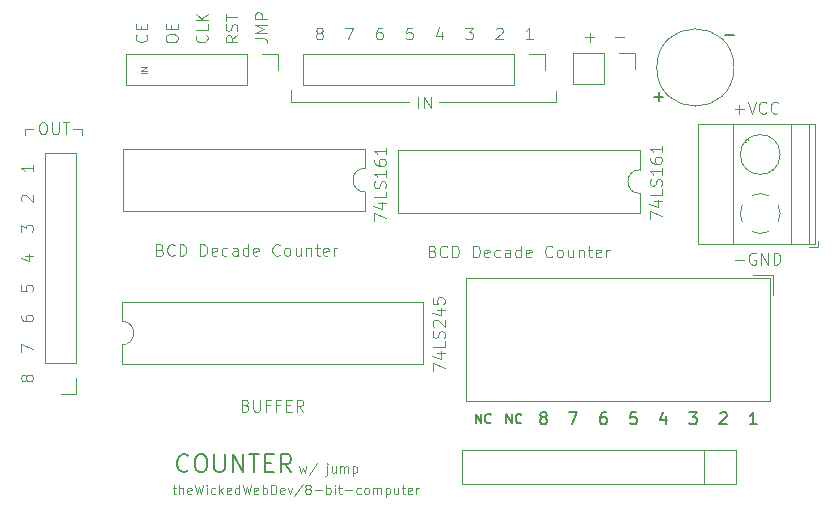
<source format=gbr>
%TF.GenerationSoftware,KiCad,Pcbnew,(5.1.9-0-10_14)*%
%TF.CreationDate,2021-06-13T16:28:19-04:00*%
%TF.ProjectId,COUNTER,434f554e-5445-4522-9e6b-696361645f70,rev?*%
%TF.SameCoordinates,Original*%
%TF.FileFunction,Legend,Top*%
%TF.FilePolarity,Positive*%
%FSLAX46Y46*%
G04 Gerber Fmt 4.6, Leading zero omitted, Abs format (unit mm)*
G04 Created by KiCad (PCBNEW (5.1.9-0-10_14)) date 2021-06-13 16:28:19*
%MOMM*%
%LPD*%
G01*
G04 APERTURE LIST*
%ADD10C,0.120000*%
%ADD11C,0.100000*%
%ADD12C,0.150000*%
G04 APERTURE END LIST*
D10*
X123151500Y-39568500D02*
X123151500Y-38618500D01*
X113241500Y-39568500D02*
X123151500Y-39568500D01*
X100721500Y-39568500D02*
X100721500Y-38578500D01*
X110711500Y-39568500D02*
X100721500Y-39568500D01*
D11*
X111507690Y-40090880D02*
X111507690Y-39090880D01*
X111983880Y-40090880D02*
X111983880Y-39090880D01*
X112555309Y-40090880D01*
X112555309Y-39090880D01*
D12*
X131490547Y-39099928D02*
X132252452Y-39099928D01*
X131871500Y-39480880D02*
X131871500Y-38718976D01*
X137460547Y-33899928D02*
X138222452Y-33899928D01*
D11*
X138316738Y-52939928D02*
X139078642Y-52939928D01*
X140078642Y-52368500D02*
X139983404Y-52320880D01*
X139840547Y-52320880D01*
X139697690Y-52368500D01*
X139602452Y-52463738D01*
X139554833Y-52558976D01*
X139507214Y-52749452D01*
X139507214Y-52892309D01*
X139554833Y-53082785D01*
X139602452Y-53178023D01*
X139697690Y-53273261D01*
X139840547Y-53320880D01*
X139935785Y-53320880D01*
X140078642Y-53273261D01*
X140126261Y-53225642D01*
X140126261Y-52892309D01*
X139935785Y-52892309D01*
X140554833Y-53320880D02*
X140554833Y-52320880D01*
X141126261Y-53320880D01*
X141126261Y-52320880D01*
X141602452Y-53320880D02*
X141602452Y-52320880D01*
X141840547Y-52320880D01*
X141983404Y-52368500D01*
X142078642Y-52463738D01*
X142126261Y-52558976D01*
X142173880Y-52749452D01*
X142173880Y-52892309D01*
X142126261Y-53082785D01*
X142078642Y-53178023D01*
X141983404Y-53273261D01*
X141840547Y-53320880D01*
X141602452Y-53320880D01*
X138311976Y-40149928D02*
X139073880Y-40149928D01*
X138692928Y-40530880D02*
X138692928Y-39768976D01*
X139407214Y-39530880D02*
X139740547Y-40530880D01*
X140073880Y-39530880D01*
X140978642Y-40435642D02*
X140931023Y-40483261D01*
X140788166Y-40530880D01*
X140692928Y-40530880D01*
X140550071Y-40483261D01*
X140454833Y-40388023D01*
X140407214Y-40292785D01*
X140359595Y-40102309D01*
X140359595Y-39959452D01*
X140407214Y-39768976D01*
X140454833Y-39673738D01*
X140550071Y-39578500D01*
X140692928Y-39530880D01*
X140788166Y-39530880D01*
X140931023Y-39578500D01*
X140978642Y-39626119D01*
X141978642Y-40435642D02*
X141931023Y-40483261D01*
X141788166Y-40530880D01*
X141692928Y-40530880D01*
X141550071Y-40483261D01*
X141454833Y-40388023D01*
X141407214Y-40292785D01*
X141359595Y-40102309D01*
X141359595Y-39959452D01*
X141407214Y-39768976D01*
X141454833Y-39673738D01*
X141550071Y-39578500D01*
X141692928Y-39530880D01*
X141788166Y-39530880D01*
X141931023Y-39578500D01*
X141978642Y-39626119D01*
D12*
X116372928Y-66750404D02*
X116372928Y-65950404D01*
X116830071Y-66750404D01*
X116830071Y-65950404D01*
X117668166Y-66674214D02*
X117630071Y-66712309D01*
X117515785Y-66750404D01*
X117439595Y-66750404D01*
X117325309Y-66712309D01*
X117249119Y-66636119D01*
X117211023Y-66559928D01*
X117172928Y-66407547D01*
X117172928Y-66293261D01*
X117211023Y-66140880D01*
X117249119Y-66064690D01*
X117325309Y-65988500D01*
X117439595Y-65950404D01*
X117515785Y-65950404D01*
X117630071Y-65988500D01*
X117668166Y-66026595D01*
X118962928Y-66770404D02*
X118962928Y-65970404D01*
X119420071Y-66770404D01*
X119420071Y-65970404D01*
X120258166Y-66694214D02*
X120220071Y-66732309D01*
X120105785Y-66770404D01*
X120029595Y-66770404D01*
X119915309Y-66732309D01*
X119839119Y-66656119D01*
X119801023Y-66579928D01*
X119762928Y-66427547D01*
X119762928Y-66313261D01*
X119801023Y-66160880D01*
X119839119Y-66084690D01*
X119915309Y-66008500D01*
X120029595Y-65970404D01*
X120105785Y-65970404D01*
X120220071Y-66008500D01*
X120258166Y-66046595D01*
X140177214Y-66830880D02*
X139605785Y-66830880D01*
X139891500Y-66830880D02*
X139891500Y-65830880D01*
X139796261Y-65973738D01*
X139701023Y-66068976D01*
X139605785Y-66116595D01*
X137065785Y-65926119D02*
X137113404Y-65878500D01*
X137208642Y-65830880D01*
X137446738Y-65830880D01*
X137541976Y-65878500D01*
X137589595Y-65926119D01*
X137637214Y-66021357D01*
X137637214Y-66116595D01*
X137589595Y-66259452D01*
X137018166Y-66830880D01*
X137637214Y-66830880D01*
X134478166Y-65830880D02*
X135097214Y-65830880D01*
X134763880Y-66211833D01*
X134906738Y-66211833D01*
X135001976Y-66259452D01*
X135049595Y-66307071D01*
X135097214Y-66402309D01*
X135097214Y-66640404D01*
X135049595Y-66735642D01*
X135001976Y-66783261D01*
X134906738Y-66830880D01*
X134621023Y-66830880D01*
X134525785Y-66783261D01*
X134478166Y-66735642D01*
X132461976Y-66164214D02*
X132461976Y-66830880D01*
X132223880Y-65783261D02*
X131985785Y-66497547D01*
X132604833Y-66497547D01*
X129969595Y-65830880D02*
X129493404Y-65830880D01*
X129445785Y-66307071D01*
X129493404Y-66259452D01*
X129588642Y-66211833D01*
X129826738Y-66211833D01*
X129921976Y-66259452D01*
X129969595Y-66307071D01*
X130017214Y-66402309D01*
X130017214Y-66640404D01*
X129969595Y-66735642D01*
X129921976Y-66783261D01*
X129826738Y-66830880D01*
X129588642Y-66830880D01*
X129493404Y-66783261D01*
X129445785Y-66735642D01*
X127381976Y-65830880D02*
X127191500Y-65830880D01*
X127096261Y-65878500D01*
X127048642Y-65926119D01*
X126953404Y-66068976D01*
X126905785Y-66259452D01*
X126905785Y-66640404D01*
X126953404Y-66735642D01*
X127001023Y-66783261D01*
X127096261Y-66830880D01*
X127286738Y-66830880D01*
X127381976Y-66783261D01*
X127429595Y-66735642D01*
X127477214Y-66640404D01*
X127477214Y-66402309D01*
X127429595Y-66307071D01*
X127381976Y-66259452D01*
X127286738Y-66211833D01*
X127096261Y-66211833D01*
X127001023Y-66259452D01*
X126953404Y-66307071D01*
X126905785Y-66402309D01*
X124318166Y-65830880D02*
X124984833Y-65830880D01*
X124556261Y-66830880D01*
X122016261Y-66259452D02*
X121921023Y-66211833D01*
X121873404Y-66164214D01*
X121825785Y-66068976D01*
X121825785Y-66021357D01*
X121873404Y-65926119D01*
X121921023Y-65878500D01*
X122016261Y-65830880D01*
X122206738Y-65830880D01*
X122301976Y-65878500D01*
X122349595Y-65926119D01*
X122397214Y-66021357D01*
X122397214Y-66068976D01*
X122349595Y-66164214D01*
X122301976Y-66211833D01*
X122206738Y-66259452D01*
X122016261Y-66259452D01*
X121921023Y-66307071D01*
X121873404Y-66354690D01*
X121825785Y-66449928D01*
X121825785Y-66640404D01*
X121873404Y-66735642D01*
X121921023Y-66783261D01*
X122016261Y-66830880D01*
X122206738Y-66830880D01*
X122301976Y-66783261D01*
X122349595Y-66735642D01*
X122397214Y-66640404D01*
X122397214Y-66449928D01*
X122349595Y-66354690D01*
X122301976Y-66307071D01*
X122206738Y-66259452D01*
D11*
X112729595Y-52187071D02*
X112872452Y-52234690D01*
X112920071Y-52282309D01*
X112967690Y-52377547D01*
X112967690Y-52520404D01*
X112920071Y-52615642D01*
X112872452Y-52663261D01*
X112777214Y-52710880D01*
X112396261Y-52710880D01*
X112396261Y-51710880D01*
X112729595Y-51710880D01*
X112824833Y-51758500D01*
X112872452Y-51806119D01*
X112920071Y-51901357D01*
X112920071Y-51996595D01*
X112872452Y-52091833D01*
X112824833Y-52139452D01*
X112729595Y-52187071D01*
X112396261Y-52187071D01*
X113967690Y-52615642D02*
X113920071Y-52663261D01*
X113777214Y-52710880D01*
X113681976Y-52710880D01*
X113539119Y-52663261D01*
X113443880Y-52568023D01*
X113396261Y-52472785D01*
X113348642Y-52282309D01*
X113348642Y-52139452D01*
X113396261Y-51948976D01*
X113443880Y-51853738D01*
X113539119Y-51758500D01*
X113681976Y-51710880D01*
X113777214Y-51710880D01*
X113920071Y-51758500D01*
X113967690Y-51806119D01*
X114396261Y-52710880D02*
X114396261Y-51710880D01*
X114634357Y-51710880D01*
X114777214Y-51758500D01*
X114872452Y-51853738D01*
X114920071Y-51948976D01*
X114967690Y-52139452D01*
X114967690Y-52282309D01*
X114920071Y-52472785D01*
X114872452Y-52568023D01*
X114777214Y-52663261D01*
X114634357Y-52710880D01*
X114396261Y-52710880D01*
X116158166Y-52710880D02*
X116158166Y-51710880D01*
X116396261Y-51710880D01*
X116539119Y-51758500D01*
X116634357Y-51853738D01*
X116681976Y-51948976D01*
X116729595Y-52139452D01*
X116729595Y-52282309D01*
X116681976Y-52472785D01*
X116634357Y-52568023D01*
X116539119Y-52663261D01*
X116396261Y-52710880D01*
X116158166Y-52710880D01*
X117539119Y-52663261D02*
X117443880Y-52710880D01*
X117253404Y-52710880D01*
X117158166Y-52663261D01*
X117110547Y-52568023D01*
X117110547Y-52187071D01*
X117158166Y-52091833D01*
X117253404Y-52044214D01*
X117443880Y-52044214D01*
X117539119Y-52091833D01*
X117586738Y-52187071D01*
X117586738Y-52282309D01*
X117110547Y-52377547D01*
X118443880Y-52663261D02*
X118348642Y-52710880D01*
X118158166Y-52710880D01*
X118062928Y-52663261D01*
X118015309Y-52615642D01*
X117967690Y-52520404D01*
X117967690Y-52234690D01*
X118015309Y-52139452D01*
X118062928Y-52091833D01*
X118158166Y-52044214D01*
X118348642Y-52044214D01*
X118443880Y-52091833D01*
X119301023Y-52710880D02*
X119301023Y-52187071D01*
X119253404Y-52091833D01*
X119158166Y-52044214D01*
X118967690Y-52044214D01*
X118872452Y-52091833D01*
X119301023Y-52663261D02*
X119205785Y-52710880D01*
X118967690Y-52710880D01*
X118872452Y-52663261D01*
X118824833Y-52568023D01*
X118824833Y-52472785D01*
X118872452Y-52377547D01*
X118967690Y-52329928D01*
X119205785Y-52329928D01*
X119301023Y-52282309D01*
X120205785Y-52710880D02*
X120205785Y-51710880D01*
X120205785Y-52663261D02*
X120110547Y-52710880D01*
X119920071Y-52710880D01*
X119824833Y-52663261D01*
X119777214Y-52615642D01*
X119729595Y-52520404D01*
X119729595Y-52234690D01*
X119777214Y-52139452D01*
X119824833Y-52091833D01*
X119920071Y-52044214D01*
X120110547Y-52044214D01*
X120205785Y-52091833D01*
X121062928Y-52663261D02*
X120967690Y-52710880D01*
X120777214Y-52710880D01*
X120681976Y-52663261D01*
X120634357Y-52568023D01*
X120634357Y-52187071D01*
X120681976Y-52091833D01*
X120777214Y-52044214D01*
X120967690Y-52044214D01*
X121062928Y-52091833D01*
X121110547Y-52187071D01*
X121110547Y-52282309D01*
X120634357Y-52377547D01*
X122872452Y-52615642D02*
X122824833Y-52663261D01*
X122681976Y-52710880D01*
X122586738Y-52710880D01*
X122443880Y-52663261D01*
X122348642Y-52568023D01*
X122301023Y-52472785D01*
X122253404Y-52282309D01*
X122253404Y-52139452D01*
X122301023Y-51948976D01*
X122348642Y-51853738D01*
X122443880Y-51758500D01*
X122586738Y-51710880D01*
X122681976Y-51710880D01*
X122824833Y-51758500D01*
X122872452Y-51806119D01*
X123443880Y-52710880D02*
X123348642Y-52663261D01*
X123301023Y-52615642D01*
X123253404Y-52520404D01*
X123253404Y-52234690D01*
X123301023Y-52139452D01*
X123348642Y-52091833D01*
X123443880Y-52044214D01*
X123586738Y-52044214D01*
X123681976Y-52091833D01*
X123729595Y-52139452D01*
X123777214Y-52234690D01*
X123777214Y-52520404D01*
X123729595Y-52615642D01*
X123681976Y-52663261D01*
X123586738Y-52710880D01*
X123443880Y-52710880D01*
X124634357Y-52044214D02*
X124634357Y-52710880D01*
X124205785Y-52044214D02*
X124205785Y-52568023D01*
X124253404Y-52663261D01*
X124348642Y-52710880D01*
X124491500Y-52710880D01*
X124586738Y-52663261D01*
X124634357Y-52615642D01*
X125110547Y-52044214D02*
X125110547Y-52710880D01*
X125110547Y-52139452D02*
X125158166Y-52091833D01*
X125253404Y-52044214D01*
X125396261Y-52044214D01*
X125491500Y-52091833D01*
X125539119Y-52187071D01*
X125539119Y-52710880D01*
X125872452Y-52044214D02*
X126253404Y-52044214D01*
X126015309Y-51710880D02*
X126015309Y-52568023D01*
X126062928Y-52663261D01*
X126158166Y-52710880D01*
X126253404Y-52710880D01*
X126967690Y-52663261D02*
X126872452Y-52710880D01*
X126681976Y-52710880D01*
X126586738Y-52663261D01*
X126539119Y-52568023D01*
X126539119Y-52187071D01*
X126586738Y-52091833D01*
X126681976Y-52044214D01*
X126872452Y-52044214D01*
X126967690Y-52091833D01*
X127015309Y-52187071D01*
X127015309Y-52282309D01*
X126539119Y-52377547D01*
X127443880Y-52710880D02*
X127443880Y-52044214D01*
X127443880Y-52234690D02*
X127491500Y-52139452D01*
X127539119Y-52091833D01*
X127634357Y-52044214D01*
X127729595Y-52044214D01*
X78894780Y-44849285D02*
X78894780Y-45420714D01*
X78894780Y-45135000D02*
X77894780Y-45135000D01*
X78037638Y-45230238D01*
X78132876Y-45325476D01*
X78180495Y-45420714D01*
X77990019Y-47960714D02*
X77942400Y-47913095D01*
X77894780Y-47817857D01*
X77894780Y-47579761D01*
X77942400Y-47484523D01*
X77990019Y-47436904D01*
X78085257Y-47389285D01*
X78180495Y-47389285D01*
X78323352Y-47436904D01*
X78894780Y-48008333D01*
X78894780Y-47389285D01*
X77894780Y-50548333D02*
X77894780Y-49929285D01*
X78275733Y-50262619D01*
X78275733Y-50119761D01*
X78323352Y-50024523D01*
X78370971Y-49976904D01*
X78466209Y-49929285D01*
X78704304Y-49929285D01*
X78799542Y-49976904D01*
X78847161Y-50024523D01*
X78894780Y-50119761D01*
X78894780Y-50405476D01*
X78847161Y-50500714D01*
X78799542Y-50548333D01*
X78228114Y-52564523D02*
X78894780Y-52564523D01*
X77847161Y-52802619D02*
X78561447Y-53040714D01*
X78561447Y-52421666D01*
X77894780Y-55056904D02*
X77894780Y-55533095D01*
X78370971Y-55580714D01*
X78323352Y-55533095D01*
X78275733Y-55437857D01*
X78275733Y-55199761D01*
X78323352Y-55104523D01*
X78370971Y-55056904D01*
X78466209Y-55009285D01*
X78704304Y-55009285D01*
X78799542Y-55056904D01*
X78847161Y-55104523D01*
X78894780Y-55199761D01*
X78894780Y-55437857D01*
X78847161Y-55533095D01*
X78799542Y-55580714D01*
X77894780Y-57644523D02*
X77894780Y-57835000D01*
X77942400Y-57930238D01*
X77990019Y-57977857D01*
X78132876Y-58073095D01*
X78323352Y-58120714D01*
X78704304Y-58120714D01*
X78799542Y-58073095D01*
X78847161Y-58025476D01*
X78894780Y-57930238D01*
X78894780Y-57739761D01*
X78847161Y-57644523D01*
X78799542Y-57596904D01*
X78704304Y-57549285D01*
X78466209Y-57549285D01*
X78370971Y-57596904D01*
X78323352Y-57644523D01*
X78275733Y-57739761D01*
X78275733Y-57930238D01*
X78323352Y-58025476D01*
X78370971Y-58073095D01*
X78466209Y-58120714D01*
X77894780Y-60708333D02*
X77894780Y-60041666D01*
X78894780Y-60470238D01*
D10*
X78201500Y-41828500D02*
X78201500Y-42328500D01*
X78941500Y-41828500D02*
X78201500Y-41828500D01*
X83011500Y-41818500D02*
X83011500Y-42318500D01*
X82291500Y-41818500D02*
X83011500Y-41818500D01*
D11*
X121207214Y-34260880D02*
X120635785Y-34260880D01*
X120921500Y-34260880D02*
X120921500Y-33260880D01*
X120826261Y-33403738D01*
X120731023Y-33498976D01*
X120635785Y-33546595D01*
X118095785Y-33356119D02*
X118143404Y-33308500D01*
X118238642Y-33260880D01*
X118476738Y-33260880D01*
X118571976Y-33308500D01*
X118619595Y-33356119D01*
X118667214Y-33451357D01*
X118667214Y-33546595D01*
X118619595Y-33689452D01*
X118048166Y-34260880D01*
X118667214Y-34260880D01*
X115508166Y-33260880D02*
X116127214Y-33260880D01*
X115793880Y-33641833D01*
X115936738Y-33641833D01*
X116031976Y-33689452D01*
X116079595Y-33737071D01*
X116127214Y-33832309D01*
X116127214Y-34070404D01*
X116079595Y-34165642D01*
X116031976Y-34213261D01*
X115936738Y-34260880D01*
X115651023Y-34260880D01*
X115555785Y-34213261D01*
X115508166Y-34165642D01*
X113491976Y-33594214D02*
X113491976Y-34260880D01*
X113253880Y-33213261D02*
X113015785Y-33927547D01*
X113634833Y-33927547D01*
X110999595Y-33260880D02*
X110523404Y-33260880D01*
X110475785Y-33737071D01*
X110523404Y-33689452D01*
X110618642Y-33641833D01*
X110856738Y-33641833D01*
X110951976Y-33689452D01*
X110999595Y-33737071D01*
X111047214Y-33832309D01*
X111047214Y-34070404D01*
X110999595Y-34165642D01*
X110951976Y-34213261D01*
X110856738Y-34260880D01*
X110618642Y-34260880D01*
X110523404Y-34213261D01*
X110475785Y-34165642D01*
X108411976Y-33260880D02*
X108221500Y-33260880D01*
X108126261Y-33308500D01*
X108078642Y-33356119D01*
X107983404Y-33498976D01*
X107935785Y-33689452D01*
X107935785Y-34070404D01*
X107983404Y-34165642D01*
X108031023Y-34213261D01*
X108126261Y-34260880D01*
X108316738Y-34260880D01*
X108411976Y-34213261D01*
X108459595Y-34165642D01*
X108507214Y-34070404D01*
X108507214Y-33832309D01*
X108459595Y-33737071D01*
X108411976Y-33689452D01*
X108316738Y-33641833D01*
X108126261Y-33641833D01*
X108031023Y-33689452D01*
X107983404Y-33737071D01*
X107935785Y-33832309D01*
X105348166Y-33260880D02*
X106014833Y-33260880D01*
X105586261Y-34260880D01*
X88498642Y-33841357D02*
X88546261Y-33888976D01*
X88593880Y-34031833D01*
X88593880Y-34127071D01*
X88546261Y-34269928D01*
X88451023Y-34365166D01*
X88355785Y-34412785D01*
X88165309Y-34460404D01*
X88022452Y-34460404D01*
X87831976Y-34412785D01*
X87736738Y-34365166D01*
X87641500Y-34269928D01*
X87593880Y-34127071D01*
X87593880Y-34031833D01*
X87641500Y-33888976D01*
X87689119Y-33841357D01*
X88070071Y-33412785D02*
X88070071Y-33079452D01*
X88593880Y-32936595D02*
X88593880Y-33412785D01*
X87593880Y-33412785D01*
X87593880Y-32936595D01*
X90143880Y-34246119D02*
X90143880Y-34055642D01*
X90191500Y-33960404D01*
X90286738Y-33865166D01*
X90477214Y-33817547D01*
X90810547Y-33817547D01*
X91001023Y-33865166D01*
X91096261Y-33960404D01*
X91143880Y-34055642D01*
X91143880Y-34246119D01*
X91096261Y-34341357D01*
X91001023Y-34436595D01*
X90810547Y-34484214D01*
X90477214Y-34484214D01*
X90286738Y-34436595D01*
X90191500Y-34341357D01*
X90143880Y-34246119D01*
X90620071Y-33388976D02*
X90620071Y-33055642D01*
X91143880Y-32912785D02*
X91143880Y-33388976D01*
X90143880Y-33388976D01*
X90143880Y-32912785D01*
X101435309Y-70407071D02*
X101587690Y-70940404D01*
X101740071Y-70559452D01*
X101892452Y-70940404D01*
X102044833Y-70407071D01*
X102921023Y-70102309D02*
X102235309Y-71130880D01*
X103797214Y-70407071D02*
X103797214Y-71092785D01*
X103759119Y-71168976D01*
X103682928Y-71207071D01*
X103644833Y-71207071D01*
X103797214Y-70140404D02*
X103759119Y-70178500D01*
X103797214Y-70216595D01*
X103835309Y-70178500D01*
X103797214Y-70140404D01*
X103797214Y-70216595D01*
X104521023Y-70407071D02*
X104521023Y-70940404D01*
X104178166Y-70407071D02*
X104178166Y-70826119D01*
X104216261Y-70902309D01*
X104292452Y-70940404D01*
X104406738Y-70940404D01*
X104482928Y-70902309D01*
X104521023Y-70864214D01*
X104901976Y-70940404D02*
X104901976Y-70407071D01*
X104901976Y-70483261D02*
X104940071Y-70445166D01*
X105016261Y-70407071D01*
X105130547Y-70407071D01*
X105206738Y-70445166D01*
X105244833Y-70521357D01*
X105244833Y-70940404D01*
X105244833Y-70521357D02*
X105282928Y-70445166D01*
X105359119Y-70407071D01*
X105473404Y-70407071D01*
X105549595Y-70445166D01*
X105587690Y-70521357D01*
X105587690Y-70940404D01*
X105968642Y-70407071D02*
X105968642Y-71207071D01*
X105968642Y-70445166D02*
X106044833Y-70407071D01*
X106197214Y-70407071D01*
X106273404Y-70445166D01*
X106311500Y-70483261D01*
X106349595Y-70559452D01*
X106349595Y-70788023D01*
X106311500Y-70864214D01*
X106273404Y-70902309D01*
X106197214Y-70940404D01*
X106044833Y-70940404D01*
X105968642Y-70902309D01*
X79651500Y-41270880D02*
X79841976Y-41270880D01*
X79937214Y-41318500D01*
X80032452Y-41413738D01*
X80080071Y-41604214D01*
X80080071Y-41937547D01*
X80032452Y-42128023D01*
X79937214Y-42223261D01*
X79841976Y-42270880D01*
X79651500Y-42270880D01*
X79556261Y-42223261D01*
X79461023Y-42128023D01*
X79413404Y-41937547D01*
X79413404Y-41604214D01*
X79461023Y-41413738D01*
X79556261Y-41318500D01*
X79651500Y-41270880D01*
X80508642Y-41270880D02*
X80508642Y-42080404D01*
X80556261Y-42175642D01*
X80603880Y-42223261D01*
X80699119Y-42270880D01*
X80889595Y-42270880D01*
X80984833Y-42223261D01*
X81032452Y-42175642D01*
X81080071Y-42080404D01*
X81080071Y-41270880D01*
X81413404Y-41270880D02*
X81984833Y-41270880D01*
X81699119Y-42270880D02*
X81699119Y-41270880D01*
X89649595Y-52047071D02*
X89792452Y-52094690D01*
X89840071Y-52142309D01*
X89887690Y-52237547D01*
X89887690Y-52380404D01*
X89840071Y-52475642D01*
X89792452Y-52523261D01*
X89697214Y-52570880D01*
X89316261Y-52570880D01*
X89316261Y-51570880D01*
X89649595Y-51570880D01*
X89744833Y-51618500D01*
X89792452Y-51666119D01*
X89840071Y-51761357D01*
X89840071Y-51856595D01*
X89792452Y-51951833D01*
X89744833Y-51999452D01*
X89649595Y-52047071D01*
X89316261Y-52047071D01*
X90887690Y-52475642D02*
X90840071Y-52523261D01*
X90697214Y-52570880D01*
X90601976Y-52570880D01*
X90459119Y-52523261D01*
X90363880Y-52428023D01*
X90316261Y-52332785D01*
X90268642Y-52142309D01*
X90268642Y-51999452D01*
X90316261Y-51808976D01*
X90363880Y-51713738D01*
X90459119Y-51618500D01*
X90601976Y-51570880D01*
X90697214Y-51570880D01*
X90840071Y-51618500D01*
X90887690Y-51666119D01*
X91316261Y-52570880D02*
X91316261Y-51570880D01*
X91554357Y-51570880D01*
X91697214Y-51618500D01*
X91792452Y-51713738D01*
X91840071Y-51808976D01*
X91887690Y-51999452D01*
X91887690Y-52142309D01*
X91840071Y-52332785D01*
X91792452Y-52428023D01*
X91697214Y-52523261D01*
X91554357Y-52570880D01*
X91316261Y-52570880D01*
X93078166Y-52570880D02*
X93078166Y-51570880D01*
X93316261Y-51570880D01*
X93459119Y-51618500D01*
X93554357Y-51713738D01*
X93601976Y-51808976D01*
X93649595Y-51999452D01*
X93649595Y-52142309D01*
X93601976Y-52332785D01*
X93554357Y-52428023D01*
X93459119Y-52523261D01*
X93316261Y-52570880D01*
X93078166Y-52570880D01*
X94459119Y-52523261D02*
X94363880Y-52570880D01*
X94173404Y-52570880D01*
X94078166Y-52523261D01*
X94030547Y-52428023D01*
X94030547Y-52047071D01*
X94078166Y-51951833D01*
X94173404Y-51904214D01*
X94363880Y-51904214D01*
X94459119Y-51951833D01*
X94506738Y-52047071D01*
X94506738Y-52142309D01*
X94030547Y-52237547D01*
X95363880Y-52523261D02*
X95268642Y-52570880D01*
X95078166Y-52570880D01*
X94982928Y-52523261D01*
X94935309Y-52475642D01*
X94887690Y-52380404D01*
X94887690Y-52094690D01*
X94935309Y-51999452D01*
X94982928Y-51951833D01*
X95078166Y-51904214D01*
X95268642Y-51904214D01*
X95363880Y-51951833D01*
X96221023Y-52570880D02*
X96221023Y-52047071D01*
X96173404Y-51951833D01*
X96078166Y-51904214D01*
X95887690Y-51904214D01*
X95792452Y-51951833D01*
X96221023Y-52523261D02*
X96125785Y-52570880D01*
X95887690Y-52570880D01*
X95792452Y-52523261D01*
X95744833Y-52428023D01*
X95744833Y-52332785D01*
X95792452Y-52237547D01*
X95887690Y-52189928D01*
X96125785Y-52189928D01*
X96221023Y-52142309D01*
X97125785Y-52570880D02*
X97125785Y-51570880D01*
X97125785Y-52523261D02*
X97030547Y-52570880D01*
X96840071Y-52570880D01*
X96744833Y-52523261D01*
X96697214Y-52475642D01*
X96649595Y-52380404D01*
X96649595Y-52094690D01*
X96697214Y-51999452D01*
X96744833Y-51951833D01*
X96840071Y-51904214D01*
X97030547Y-51904214D01*
X97125785Y-51951833D01*
X97982928Y-52523261D02*
X97887690Y-52570880D01*
X97697214Y-52570880D01*
X97601976Y-52523261D01*
X97554357Y-52428023D01*
X97554357Y-52047071D01*
X97601976Y-51951833D01*
X97697214Y-51904214D01*
X97887690Y-51904214D01*
X97982928Y-51951833D01*
X98030547Y-52047071D01*
X98030547Y-52142309D01*
X97554357Y-52237547D01*
X99792452Y-52475642D02*
X99744833Y-52523261D01*
X99601976Y-52570880D01*
X99506738Y-52570880D01*
X99363880Y-52523261D01*
X99268642Y-52428023D01*
X99221023Y-52332785D01*
X99173404Y-52142309D01*
X99173404Y-51999452D01*
X99221023Y-51808976D01*
X99268642Y-51713738D01*
X99363880Y-51618500D01*
X99506738Y-51570880D01*
X99601976Y-51570880D01*
X99744833Y-51618500D01*
X99792452Y-51666119D01*
X100363880Y-52570880D02*
X100268642Y-52523261D01*
X100221023Y-52475642D01*
X100173404Y-52380404D01*
X100173404Y-52094690D01*
X100221023Y-51999452D01*
X100268642Y-51951833D01*
X100363880Y-51904214D01*
X100506738Y-51904214D01*
X100601976Y-51951833D01*
X100649595Y-51999452D01*
X100697214Y-52094690D01*
X100697214Y-52380404D01*
X100649595Y-52475642D01*
X100601976Y-52523261D01*
X100506738Y-52570880D01*
X100363880Y-52570880D01*
X101554357Y-51904214D02*
X101554357Y-52570880D01*
X101125785Y-51904214D02*
X101125785Y-52428023D01*
X101173404Y-52523261D01*
X101268642Y-52570880D01*
X101411500Y-52570880D01*
X101506738Y-52523261D01*
X101554357Y-52475642D01*
X102030547Y-51904214D02*
X102030547Y-52570880D01*
X102030547Y-51999452D02*
X102078166Y-51951833D01*
X102173404Y-51904214D01*
X102316261Y-51904214D01*
X102411500Y-51951833D01*
X102459119Y-52047071D01*
X102459119Y-52570880D01*
X102792452Y-51904214D02*
X103173404Y-51904214D01*
X102935309Y-51570880D02*
X102935309Y-52428023D01*
X102982928Y-52523261D01*
X103078166Y-52570880D01*
X103173404Y-52570880D01*
X103887690Y-52523261D02*
X103792452Y-52570880D01*
X103601976Y-52570880D01*
X103506738Y-52523261D01*
X103459119Y-52428023D01*
X103459119Y-52047071D01*
X103506738Y-51951833D01*
X103601976Y-51904214D01*
X103792452Y-51904214D01*
X103887690Y-51951833D01*
X103935309Y-52047071D01*
X103935309Y-52142309D01*
X103459119Y-52237547D01*
X104363880Y-52570880D02*
X104363880Y-51904214D01*
X104363880Y-52094690D02*
X104411500Y-51999452D01*
X104459119Y-51951833D01*
X104554357Y-51904214D01*
X104649595Y-51904214D01*
X112743880Y-62287547D02*
X112743880Y-61620880D01*
X113743880Y-62049452D01*
X113077214Y-60811357D02*
X113743880Y-60811357D01*
X112696261Y-61049452D02*
X113410547Y-61287547D01*
X113410547Y-60668500D01*
X113743880Y-59811357D02*
X113743880Y-60287547D01*
X112743880Y-60287547D01*
X113696261Y-59525642D02*
X113743880Y-59382785D01*
X113743880Y-59144690D01*
X113696261Y-59049452D01*
X113648642Y-59001833D01*
X113553404Y-58954214D01*
X113458166Y-58954214D01*
X113362928Y-59001833D01*
X113315309Y-59049452D01*
X113267690Y-59144690D01*
X113220071Y-59335166D01*
X113172452Y-59430404D01*
X113124833Y-59478023D01*
X113029595Y-59525642D01*
X112934357Y-59525642D01*
X112839119Y-59478023D01*
X112791500Y-59430404D01*
X112743880Y-59335166D01*
X112743880Y-59097071D01*
X112791500Y-58954214D01*
X112839119Y-58573261D02*
X112791500Y-58525642D01*
X112743880Y-58430404D01*
X112743880Y-58192309D01*
X112791500Y-58097071D01*
X112839119Y-58049452D01*
X112934357Y-58001833D01*
X113029595Y-58001833D01*
X113172452Y-58049452D01*
X113743880Y-58620880D01*
X113743880Y-58001833D01*
X113077214Y-57144690D02*
X113743880Y-57144690D01*
X112696261Y-57382785D02*
X113410547Y-57620880D01*
X113410547Y-57001833D01*
X112743880Y-56144690D02*
X112743880Y-56620880D01*
X113220071Y-56668500D01*
X113172452Y-56620880D01*
X113124833Y-56525642D01*
X113124833Y-56287547D01*
X113172452Y-56192309D01*
X113220071Y-56144690D01*
X113315309Y-56097071D01*
X113553404Y-56097071D01*
X113648642Y-56144690D01*
X113696261Y-56192309D01*
X113743880Y-56287547D01*
X113743880Y-56525642D01*
X113696261Y-56620880D01*
X113648642Y-56668500D01*
X131143880Y-49427547D02*
X131143880Y-48760880D01*
X132143880Y-49189452D01*
X131477214Y-47951357D02*
X132143880Y-47951357D01*
X131096261Y-48189452D02*
X131810547Y-48427547D01*
X131810547Y-47808500D01*
X132143880Y-46951357D02*
X132143880Y-47427547D01*
X131143880Y-47427547D01*
X132096261Y-46665642D02*
X132143880Y-46522785D01*
X132143880Y-46284690D01*
X132096261Y-46189452D01*
X132048642Y-46141833D01*
X131953404Y-46094214D01*
X131858166Y-46094214D01*
X131762928Y-46141833D01*
X131715309Y-46189452D01*
X131667690Y-46284690D01*
X131620071Y-46475166D01*
X131572452Y-46570404D01*
X131524833Y-46618023D01*
X131429595Y-46665642D01*
X131334357Y-46665642D01*
X131239119Y-46618023D01*
X131191500Y-46570404D01*
X131143880Y-46475166D01*
X131143880Y-46237071D01*
X131191500Y-46094214D01*
X132143880Y-45141833D02*
X132143880Y-45713261D01*
X132143880Y-45427547D02*
X131143880Y-45427547D01*
X131286738Y-45522785D01*
X131381976Y-45618023D01*
X131429595Y-45713261D01*
X131143880Y-44284690D02*
X131143880Y-44475166D01*
X131191500Y-44570404D01*
X131239119Y-44618023D01*
X131381976Y-44713261D01*
X131572452Y-44760880D01*
X131953404Y-44760880D01*
X132048642Y-44713261D01*
X132096261Y-44665642D01*
X132143880Y-44570404D01*
X132143880Y-44379928D01*
X132096261Y-44284690D01*
X132048642Y-44237071D01*
X131953404Y-44189452D01*
X131715309Y-44189452D01*
X131620071Y-44237071D01*
X131572452Y-44284690D01*
X131524833Y-44379928D01*
X131524833Y-44570404D01*
X131572452Y-44665642D01*
X131620071Y-44713261D01*
X131715309Y-44760880D01*
X132143880Y-43237071D02*
X132143880Y-43808500D01*
X132143880Y-43522785D02*
X131143880Y-43522785D01*
X131286738Y-43618023D01*
X131381976Y-43713261D01*
X131429595Y-43808500D01*
X107773880Y-49607547D02*
X107773880Y-48940880D01*
X108773880Y-49369452D01*
X108107214Y-48131357D02*
X108773880Y-48131357D01*
X107726261Y-48369452D02*
X108440547Y-48607547D01*
X108440547Y-47988500D01*
X108773880Y-47131357D02*
X108773880Y-47607547D01*
X107773880Y-47607547D01*
X108726261Y-46845642D02*
X108773880Y-46702785D01*
X108773880Y-46464690D01*
X108726261Y-46369452D01*
X108678642Y-46321833D01*
X108583404Y-46274214D01*
X108488166Y-46274214D01*
X108392928Y-46321833D01*
X108345309Y-46369452D01*
X108297690Y-46464690D01*
X108250071Y-46655166D01*
X108202452Y-46750404D01*
X108154833Y-46798023D01*
X108059595Y-46845642D01*
X107964357Y-46845642D01*
X107869119Y-46798023D01*
X107821500Y-46750404D01*
X107773880Y-46655166D01*
X107773880Y-46417071D01*
X107821500Y-46274214D01*
X108773880Y-45321833D02*
X108773880Y-45893261D01*
X108773880Y-45607547D02*
X107773880Y-45607547D01*
X107916738Y-45702785D01*
X108011976Y-45798023D01*
X108059595Y-45893261D01*
X107773880Y-44464690D02*
X107773880Y-44655166D01*
X107821500Y-44750404D01*
X107869119Y-44798023D01*
X108011976Y-44893261D01*
X108202452Y-44940880D01*
X108583404Y-44940880D01*
X108678642Y-44893261D01*
X108726261Y-44845642D01*
X108773880Y-44750404D01*
X108773880Y-44559928D01*
X108726261Y-44464690D01*
X108678642Y-44417071D01*
X108583404Y-44369452D01*
X108345309Y-44369452D01*
X108250071Y-44417071D01*
X108202452Y-44464690D01*
X108154833Y-44559928D01*
X108154833Y-44750404D01*
X108202452Y-44845642D01*
X108250071Y-44893261D01*
X108345309Y-44940880D01*
X108773880Y-43417071D02*
X108773880Y-43988500D01*
X108773880Y-43702785D02*
X107773880Y-43702785D01*
X107916738Y-43798023D01*
X108011976Y-43893261D01*
X108059595Y-43988500D01*
X96889595Y-65237071D02*
X97032452Y-65284690D01*
X97080071Y-65332309D01*
X97127690Y-65427547D01*
X97127690Y-65570404D01*
X97080071Y-65665642D01*
X97032452Y-65713261D01*
X96937214Y-65760880D01*
X96556261Y-65760880D01*
X96556261Y-64760880D01*
X96889595Y-64760880D01*
X96984833Y-64808500D01*
X97032452Y-64856119D01*
X97080071Y-64951357D01*
X97080071Y-65046595D01*
X97032452Y-65141833D01*
X96984833Y-65189452D01*
X96889595Y-65237071D01*
X96556261Y-65237071D01*
X97556261Y-64760880D02*
X97556261Y-65570404D01*
X97603880Y-65665642D01*
X97651500Y-65713261D01*
X97746738Y-65760880D01*
X97937214Y-65760880D01*
X98032452Y-65713261D01*
X98080071Y-65665642D01*
X98127690Y-65570404D01*
X98127690Y-64760880D01*
X98937214Y-65237071D02*
X98603880Y-65237071D01*
X98603880Y-65760880D02*
X98603880Y-64760880D01*
X99080071Y-64760880D01*
X99794357Y-65237071D02*
X99461023Y-65237071D01*
X99461023Y-65760880D02*
X99461023Y-64760880D01*
X99937214Y-64760880D01*
X100318166Y-65237071D02*
X100651500Y-65237071D01*
X100794357Y-65760880D02*
X100318166Y-65760880D01*
X100318166Y-64760880D01*
X100794357Y-64760880D01*
X101794357Y-65760880D02*
X101461023Y-65284690D01*
X101222928Y-65760880D02*
X101222928Y-64760880D01*
X101603880Y-64760880D01*
X101699119Y-64808500D01*
X101746738Y-64856119D01*
X101794357Y-64951357D01*
X101794357Y-65094214D01*
X101746738Y-65189452D01*
X101699119Y-65237071D01*
X101603880Y-65284690D01*
X101222928Y-65284690D01*
X88526790Y-37131404D02*
X88026790Y-37131404D01*
X88526790Y-36893309D02*
X88026790Y-36893309D01*
X88526790Y-36607595D01*
X88026790Y-36607595D01*
X90713404Y-72217071D02*
X91018166Y-72217071D01*
X90827690Y-71950404D02*
X90827690Y-72636119D01*
X90865785Y-72712309D01*
X90941976Y-72750404D01*
X91018166Y-72750404D01*
X91284833Y-72750404D02*
X91284833Y-71950404D01*
X91627690Y-72750404D02*
X91627690Y-72331357D01*
X91589595Y-72255166D01*
X91513404Y-72217071D01*
X91399119Y-72217071D01*
X91322928Y-72255166D01*
X91284833Y-72293261D01*
X92313404Y-72712309D02*
X92237214Y-72750404D01*
X92084833Y-72750404D01*
X92008642Y-72712309D01*
X91970547Y-72636119D01*
X91970547Y-72331357D01*
X92008642Y-72255166D01*
X92084833Y-72217071D01*
X92237214Y-72217071D01*
X92313404Y-72255166D01*
X92351500Y-72331357D01*
X92351500Y-72407547D01*
X91970547Y-72483738D01*
X92618166Y-71950404D02*
X92808642Y-72750404D01*
X92961023Y-72178976D01*
X93113404Y-72750404D01*
X93303880Y-71950404D01*
X93608642Y-72750404D02*
X93608642Y-72217071D01*
X93608642Y-71950404D02*
X93570547Y-71988500D01*
X93608642Y-72026595D01*
X93646738Y-71988500D01*
X93608642Y-71950404D01*
X93608642Y-72026595D01*
X94332452Y-72712309D02*
X94256261Y-72750404D01*
X94103880Y-72750404D01*
X94027690Y-72712309D01*
X93989595Y-72674214D01*
X93951500Y-72598023D01*
X93951500Y-72369452D01*
X93989595Y-72293261D01*
X94027690Y-72255166D01*
X94103880Y-72217071D01*
X94256261Y-72217071D01*
X94332452Y-72255166D01*
X94675309Y-72750404D02*
X94675309Y-71950404D01*
X94751500Y-72445642D02*
X94980071Y-72750404D01*
X94980071Y-72217071D02*
X94675309Y-72521833D01*
X95627690Y-72712309D02*
X95551500Y-72750404D01*
X95399119Y-72750404D01*
X95322928Y-72712309D01*
X95284833Y-72636119D01*
X95284833Y-72331357D01*
X95322928Y-72255166D01*
X95399119Y-72217071D01*
X95551500Y-72217071D01*
X95627690Y-72255166D01*
X95665785Y-72331357D01*
X95665785Y-72407547D01*
X95284833Y-72483738D01*
X96351500Y-72750404D02*
X96351500Y-71950404D01*
X96351500Y-72712309D02*
X96275309Y-72750404D01*
X96122928Y-72750404D01*
X96046738Y-72712309D01*
X96008642Y-72674214D01*
X95970547Y-72598023D01*
X95970547Y-72369452D01*
X96008642Y-72293261D01*
X96046738Y-72255166D01*
X96122928Y-72217071D01*
X96275309Y-72217071D01*
X96351500Y-72255166D01*
X96656261Y-71950404D02*
X96846738Y-72750404D01*
X96999119Y-72178976D01*
X97151500Y-72750404D01*
X97341976Y-71950404D01*
X97951500Y-72712309D02*
X97875309Y-72750404D01*
X97722928Y-72750404D01*
X97646738Y-72712309D01*
X97608642Y-72636119D01*
X97608642Y-72331357D01*
X97646738Y-72255166D01*
X97722928Y-72217071D01*
X97875309Y-72217071D01*
X97951500Y-72255166D01*
X97989595Y-72331357D01*
X97989595Y-72407547D01*
X97608642Y-72483738D01*
X98332452Y-72750404D02*
X98332452Y-71950404D01*
X98332452Y-72255166D02*
X98408642Y-72217071D01*
X98561023Y-72217071D01*
X98637214Y-72255166D01*
X98675309Y-72293261D01*
X98713404Y-72369452D01*
X98713404Y-72598023D01*
X98675309Y-72674214D01*
X98637214Y-72712309D01*
X98561023Y-72750404D01*
X98408642Y-72750404D01*
X98332452Y-72712309D01*
X99056261Y-72750404D02*
X99056261Y-71950404D01*
X99246738Y-71950404D01*
X99361023Y-71988500D01*
X99437214Y-72064690D01*
X99475309Y-72140880D01*
X99513404Y-72293261D01*
X99513404Y-72407547D01*
X99475309Y-72559928D01*
X99437214Y-72636119D01*
X99361023Y-72712309D01*
X99246738Y-72750404D01*
X99056261Y-72750404D01*
X100161023Y-72712309D02*
X100084833Y-72750404D01*
X99932452Y-72750404D01*
X99856261Y-72712309D01*
X99818166Y-72636119D01*
X99818166Y-72331357D01*
X99856261Y-72255166D01*
X99932452Y-72217071D01*
X100084833Y-72217071D01*
X100161023Y-72255166D01*
X100199119Y-72331357D01*
X100199119Y-72407547D01*
X99818166Y-72483738D01*
X100465785Y-72217071D02*
X100656261Y-72750404D01*
X100846738Y-72217071D01*
X101722928Y-71912309D02*
X101037214Y-72940880D01*
X102103880Y-72293261D02*
X102027690Y-72255166D01*
X101989595Y-72217071D01*
X101951500Y-72140880D01*
X101951500Y-72102785D01*
X101989595Y-72026595D01*
X102027690Y-71988500D01*
X102103880Y-71950404D01*
X102256261Y-71950404D01*
X102332452Y-71988500D01*
X102370547Y-72026595D01*
X102408642Y-72102785D01*
X102408642Y-72140880D01*
X102370547Y-72217071D01*
X102332452Y-72255166D01*
X102256261Y-72293261D01*
X102103880Y-72293261D01*
X102027690Y-72331357D01*
X101989595Y-72369452D01*
X101951500Y-72445642D01*
X101951500Y-72598023D01*
X101989595Y-72674214D01*
X102027690Y-72712309D01*
X102103880Y-72750404D01*
X102256261Y-72750404D01*
X102332452Y-72712309D01*
X102370547Y-72674214D01*
X102408642Y-72598023D01*
X102408642Y-72445642D01*
X102370547Y-72369452D01*
X102332452Y-72331357D01*
X102256261Y-72293261D01*
X102751500Y-72445642D02*
X103361023Y-72445642D01*
X103741976Y-72750404D02*
X103741976Y-71950404D01*
X103741976Y-72255166D02*
X103818166Y-72217071D01*
X103970547Y-72217071D01*
X104046738Y-72255166D01*
X104084833Y-72293261D01*
X104122928Y-72369452D01*
X104122928Y-72598023D01*
X104084833Y-72674214D01*
X104046738Y-72712309D01*
X103970547Y-72750404D01*
X103818166Y-72750404D01*
X103741976Y-72712309D01*
X104465785Y-72750404D02*
X104465785Y-72217071D01*
X104465785Y-71950404D02*
X104427690Y-71988500D01*
X104465785Y-72026595D01*
X104503880Y-71988500D01*
X104465785Y-71950404D01*
X104465785Y-72026595D01*
X104732452Y-72217071D02*
X105037214Y-72217071D01*
X104846738Y-71950404D02*
X104846738Y-72636119D01*
X104884833Y-72712309D01*
X104961023Y-72750404D01*
X105037214Y-72750404D01*
X105303880Y-72445642D02*
X105913404Y-72445642D01*
X106637214Y-72712309D02*
X106561023Y-72750404D01*
X106408642Y-72750404D01*
X106332452Y-72712309D01*
X106294357Y-72674214D01*
X106256261Y-72598023D01*
X106256261Y-72369452D01*
X106294357Y-72293261D01*
X106332452Y-72255166D01*
X106408642Y-72217071D01*
X106561023Y-72217071D01*
X106637214Y-72255166D01*
X107094357Y-72750404D02*
X107018166Y-72712309D01*
X106980071Y-72674214D01*
X106941976Y-72598023D01*
X106941976Y-72369452D01*
X106980071Y-72293261D01*
X107018166Y-72255166D01*
X107094357Y-72217071D01*
X107208642Y-72217071D01*
X107284833Y-72255166D01*
X107322928Y-72293261D01*
X107361023Y-72369452D01*
X107361023Y-72598023D01*
X107322928Y-72674214D01*
X107284833Y-72712309D01*
X107208642Y-72750404D01*
X107094357Y-72750404D01*
X107703880Y-72750404D02*
X107703880Y-72217071D01*
X107703880Y-72293261D02*
X107741976Y-72255166D01*
X107818166Y-72217071D01*
X107932452Y-72217071D01*
X108008642Y-72255166D01*
X108046738Y-72331357D01*
X108046738Y-72750404D01*
X108046738Y-72331357D02*
X108084833Y-72255166D01*
X108161023Y-72217071D01*
X108275309Y-72217071D01*
X108351500Y-72255166D01*
X108389595Y-72331357D01*
X108389595Y-72750404D01*
X108770547Y-72217071D02*
X108770547Y-73017071D01*
X108770547Y-72255166D02*
X108846738Y-72217071D01*
X108999119Y-72217071D01*
X109075309Y-72255166D01*
X109113404Y-72293261D01*
X109151500Y-72369452D01*
X109151500Y-72598023D01*
X109113404Y-72674214D01*
X109075309Y-72712309D01*
X108999119Y-72750404D01*
X108846738Y-72750404D01*
X108770547Y-72712309D01*
X109837214Y-72217071D02*
X109837214Y-72750404D01*
X109494357Y-72217071D02*
X109494357Y-72636119D01*
X109532452Y-72712309D01*
X109608642Y-72750404D01*
X109722928Y-72750404D01*
X109799119Y-72712309D01*
X109837214Y-72674214D01*
X110103880Y-72217071D02*
X110408642Y-72217071D01*
X110218166Y-71950404D02*
X110218166Y-72636119D01*
X110256261Y-72712309D01*
X110332452Y-72750404D01*
X110408642Y-72750404D01*
X110980071Y-72712309D02*
X110903880Y-72750404D01*
X110751500Y-72750404D01*
X110675309Y-72712309D01*
X110637214Y-72636119D01*
X110637214Y-72331357D01*
X110675309Y-72255166D01*
X110751500Y-72217071D01*
X110903880Y-72217071D01*
X110980071Y-72255166D01*
X111018166Y-72331357D01*
X111018166Y-72407547D01*
X110637214Y-72483738D01*
X111361023Y-72750404D02*
X111361023Y-72217071D01*
X111361023Y-72369452D02*
X111399119Y-72293261D01*
X111437214Y-72255166D01*
X111513404Y-72217071D01*
X111589595Y-72217071D01*
D12*
X92049242Y-70747114D02*
X91977814Y-70818542D01*
X91763528Y-70889971D01*
X91620671Y-70889971D01*
X91406385Y-70818542D01*
X91263528Y-70675685D01*
X91192100Y-70532828D01*
X91120671Y-70247114D01*
X91120671Y-70032828D01*
X91192100Y-69747114D01*
X91263528Y-69604257D01*
X91406385Y-69461400D01*
X91620671Y-69389971D01*
X91763528Y-69389971D01*
X91977814Y-69461400D01*
X92049242Y-69532828D01*
X92977814Y-69389971D02*
X93263528Y-69389971D01*
X93406385Y-69461400D01*
X93549242Y-69604257D01*
X93620671Y-69889971D01*
X93620671Y-70389971D01*
X93549242Y-70675685D01*
X93406385Y-70818542D01*
X93263528Y-70889971D01*
X92977814Y-70889971D01*
X92834957Y-70818542D01*
X92692100Y-70675685D01*
X92620671Y-70389971D01*
X92620671Y-69889971D01*
X92692100Y-69604257D01*
X92834957Y-69461400D01*
X92977814Y-69389971D01*
X94263528Y-69389971D02*
X94263528Y-70604257D01*
X94334957Y-70747114D01*
X94406385Y-70818542D01*
X94549242Y-70889971D01*
X94834957Y-70889971D01*
X94977814Y-70818542D01*
X95049242Y-70747114D01*
X95120671Y-70604257D01*
X95120671Y-69389971D01*
X95834957Y-70889971D02*
X95834957Y-69389971D01*
X96692100Y-70889971D01*
X96692100Y-69389971D01*
X97192100Y-69389971D02*
X98049242Y-69389971D01*
X97620671Y-70889971D02*
X97620671Y-69389971D01*
X98549242Y-70104257D02*
X99049242Y-70104257D01*
X99263528Y-70889971D02*
X98549242Y-70889971D01*
X98549242Y-69389971D01*
X99263528Y-69389971D01*
X100763528Y-70889971D02*
X100263528Y-70175685D01*
X99906385Y-70889971D02*
X99906385Y-69389971D01*
X100477814Y-69389971D01*
X100620671Y-69461400D01*
X100692100Y-69532828D01*
X100763528Y-69675685D01*
X100763528Y-69889971D01*
X100692100Y-70032828D01*
X100620671Y-70104257D01*
X100477814Y-70175685D01*
X99906385Y-70175685D01*
D11*
X128902452Y-34067071D02*
X128140547Y-34067071D01*
X126052928Y-34459452D02*
X126052928Y-33697547D01*
X126433880Y-34078500D02*
X125671976Y-34078500D01*
X93588642Y-33883738D02*
X93636261Y-33931357D01*
X93683880Y-34074214D01*
X93683880Y-34169452D01*
X93636261Y-34312309D01*
X93541023Y-34407547D01*
X93445785Y-34455166D01*
X93255309Y-34502785D01*
X93112452Y-34502785D01*
X92921976Y-34455166D01*
X92826738Y-34407547D01*
X92731500Y-34312309D01*
X92683880Y-34169452D01*
X92683880Y-34074214D01*
X92731500Y-33931357D01*
X92779119Y-33883738D01*
X93683880Y-32978976D02*
X93683880Y-33455166D01*
X92683880Y-33455166D01*
X93683880Y-32645642D02*
X92683880Y-32645642D01*
X93683880Y-32074214D02*
X93112452Y-32502785D01*
X92683880Y-32074214D02*
X93255309Y-32645642D01*
X96203880Y-33916119D02*
X95727690Y-34249452D01*
X96203880Y-34487547D02*
X95203880Y-34487547D01*
X95203880Y-34106595D01*
X95251500Y-34011357D01*
X95299119Y-33963738D01*
X95394357Y-33916119D01*
X95537214Y-33916119D01*
X95632452Y-33963738D01*
X95680071Y-34011357D01*
X95727690Y-34106595D01*
X95727690Y-34487547D01*
X96156261Y-33535166D02*
X96203880Y-33392309D01*
X96203880Y-33154214D01*
X96156261Y-33058976D01*
X96108642Y-33011357D01*
X96013404Y-32963738D01*
X95918166Y-32963738D01*
X95822928Y-33011357D01*
X95775309Y-33058976D01*
X95727690Y-33154214D01*
X95680071Y-33344690D01*
X95632452Y-33439928D01*
X95584833Y-33487547D01*
X95489595Y-33535166D01*
X95394357Y-33535166D01*
X95299119Y-33487547D01*
X95251500Y-33439928D01*
X95203880Y-33344690D01*
X95203880Y-33106595D01*
X95251500Y-32963738D01*
X95203880Y-32678023D02*
X95203880Y-32106595D01*
X96203880Y-32392309D02*
X95203880Y-32392309D01*
X97723880Y-34147071D02*
X98438166Y-34147071D01*
X98581023Y-34194690D01*
X98676261Y-34289928D01*
X98723880Y-34432785D01*
X98723880Y-34528023D01*
X98723880Y-33670880D02*
X97723880Y-33670880D01*
X98438166Y-33337547D01*
X97723880Y-33004214D01*
X98723880Y-33004214D01*
X98723880Y-32528023D02*
X97723880Y-32528023D01*
X97723880Y-32147071D01*
X97771500Y-32051833D01*
X97819119Y-32004214D01*
X97914357Y-31956595D01*
X98057214Y-31956595D01*
X98152452Y-32004214D01*
X98200071Y-32051833D01*
X98247690Y-32147071D01*
X98247690Y-32528023D01*
X103046261Y-33689452D02*
X102951023Y-33641833D01*
X102903404Y-33594214D01*
X102855785Y-33498976D01*
X102855785Y-33451357D01*
X102903404Y-33356119D01*
X102951023Y-33308500D01*
X103046261Y-33260880D01*
X103236738Y-33260880D01*
X103331976Y-33308500D01*
X103379595Y-33356119D01*
X103427214Y-33451357D01*
X103427214Y-33498976D01*
X103379595Y-33594214D01*
X103331976Y-33641833D01*
X103236738Y-33689452D01*
X103046261Y-33689452D01*
X102951023Y-33737071D01*
X102903404Y-33784690D01*
X102855785Y-33879928D01*
X102855785Y-34070404D01*
X102903404Y-34165642D01*
X102951023Y-34213261D01*
X103046261Y-34260880D01*
X103236738Y-34260880D01*
X103331976Y-34213261D01*
X103379595Y-34165642D01*
X103427214Y-34070404D01*
X103427214Y-33879928D01*
X103379595Y-33784690D01*
X103331976Y-33737071D01*
X103236738Y-33689452D01*
X78323352Y-63010238D02*
X78275733Y-63105476D01*
X78228114Y-63153095D01*
X78132876Y-63200714D01*
X78085257Y-63200714D01*
X77990019Y-63153095D01*
X77942400Y-63105476D01*
X77894780Y-63010238D01*
X77894780Y-62819761D01*
X77942400Y-62724523D01*
X77990019Y-62676904D01*
X78085257Y-62629285D01*
X78132876Y-62629285D01*
X78228114Y-62676904D01*
X78275733Y-62724523D01*
X78323352Y-62819761D01*
X78323352Y-63010238D01*
X78370971Y-63105476D01*
X78418590Y-63153095D01*
X78513828Y-63200714D01*
X78704304Y-63200714D01*
X78799542Y-63153095D01*
X78847161Y-63105476D01*
X78894780Y-63010238D01*
X78894780Y-62819761D01*
X78847161Y-62724523D01*
X78799542Y-62676904D01*
X78704304Y-62629285D01*
X78513828Y-62629285D01*
X78418590Y-62676904D01*
X78370971Y-62724523D01*
X78323352Y-62819761D01*
D10*
%TO.C,J22*%
X86805500Y-35476000D02*
X86805500Y-38136000D01*
X97025500Y-35476000D02*
X86805500Y-35476000D01*
X97025500Y-38136000D02*
X86805500Y-38136000D01*
X97025500Y-35476000D02*
X97025500Y-38136000D01*
X98295500Y-35476000D02*
X99625500Y-35476000D01*
X99625500Y-35476000D02*
X99625500Y-36806000D01*
%TO.C,RN1*%
X138401500Y-71858500D02*
X138401500Y-69058500D01*
X138401500Y-69058500D02*
X115201500Y-69058500D01*
X115201500Y-69058500D02*
X115201500Y-71858500D01*
X115201500Y-71858500D02*
X138401500Y-71858500D01*
X135691500Y-71858500D02*
X135691500Y-69058500D01*
%TO.C,BAR1*%
X141571500Y-55878500D02*
X141571500Y-54178500D01*
X141571500Y-54178500D02*
X139871500Y-54178500D01*
X115601500Y-64908500D02*
X115601500Y-54468500D01*
X115601500Y-54468500D02*
X141281500Y-54468500D01*
X141281500Y-54468500D02*
X141281500Y-64908500D01*
X141281500Y-64908500D02*
X115601500Y-64908500D01*
%TO.C,J1*%
X142151753Y-48969695D02*
G75*
G02*
X142006500Y-49682500I-1680253J-28805D01*
G01*
X141154542Y-50533926D02*
G75*
G02*
X139787500Y-50533500I-683042J1535426D01*
G01*
X138936074Y-49681542D02*
G75*
G02*
X138936500Y-48314500I1535426J683042D01*
G01*
X139788458Y-47463074D02*
G75*
G02*
X141155500Y-47463500I683042J-1535426D01*
G01*
X142006256Y-48315182D02*
G75*
G02*
X142151500Y-48998500I-1534756J-683318D01*
G01*
X142151500Y-43998500D02*
G75*
G03*
X142151500Y-43998500I-1680000J0D01*
G01*
X144571500Y-51558500D02*
X144571500Y-41438500D01*
X143071500Y-51558500D02*
X143071500Y-41438500D01*
X138170500Y-51558500D02*
X138170500Y-41438500D01*
X135210500Y-51558500D02*
X135210500Y-41438500D01*
X145131500Y-51558500D02*
X145131500Y-41438500D01*
X135210500Y-51558500D02*
X145131500Y-51558500D01*
X135210500Y-41438500D02*
X145131500Y-41438500D01*
X139402500Y-42723500D02*
X139448500Y-42770500D01*
X141710500Y-45032500D02*
X141745500Y-45067500D01*
X139196500Y-42928500D02*
X139232500Y-42963500D01*
X141494500Y-45225500D02*
X141540500Y-45272500D01*
X144631500Y-51798500D02*
X145371500Y-51798500D01*
X145371500Y-51798500D02*
X145371500Y-51298500D01*
%TO.C,J23*%
X101791500Y-35476000D02*
X101791500Y-38136000D01*
X119631500Y-35476000D02*
X101791500Y-35476000D01*
X119631500Y-38136000D02*
X101791500Y-38136000D01*
X119631500Y-35476000D02*
X119631500Y-38136000D01*
X120901500Y-35476000D02*
X122231500Y-35476000D01*
X122231500Y-35476000D02*
X122231500Y-36806000D01*
%TO.C,J24*%
X82574000Y-43838500D02*
X79914000Y-43838500D01*
X82574000Y-61678500D02*
X82574000Y-43838500D01*
X79914000Y-61678500D02*
X79914000Y-43838500D01*
X82574000Y-61678500D02*
X79914000Y-61678500D01*
X82574000Y-62948500D02*
X82574000Y-64278500D01*
X82574000Y-64278500D02*
X81244000Y-64278500D01*
%TO.C,U14*%
X130266000Y-45291500D02*
X130266000Y-43641500D01*
X130266000Y-43641500D02*
X109826000Y-43641500D01*
X109826000Y-43641500D02*
X109826000Y-48941500D01*
X109826000Y-48941500D02*
X130266000Y-48941500D01*
X130266000Y-48941500D02*
X130266000Y-47291500D01*
X130266000Y-47291500D02*
G75*
G02*
X130266000Y-45291500I0J1000000D01*
G01*
%TO.C,U47*%
X86427000Y-60118500D02*
X86427000Y-61768500D01*
X86427000Y-61768500D02*
X111947000Y-61768500D01*
X111947000Y-61768500D02*
X111947000Y-56468500D01*
X111947000Y-56468500D02*
X86427000Y-56468500D01*
X86427000Y-56468500D02*
X86427000Y-58118500D01*
X86427000Y-58118500D02*
G75*
G02*
X86427000Y-60118500I0J-1000000D01*
G01*
%TO.C,U12*%
X106994000Y-45164500D02*
X106994000Y-43514500D01*
X106994000Y-43514500D02*
X86554000Y-43514500D01*
X86554000Y-43514500D02*
X86554000Y-48814500D01*
X86554000Y-48814500D02*
X106994000Y-48814500D01*
X106994000Y-48814500D02*
X106994000Y-47164500D01*
X106994000Y-47164500D02*
G75*
G02*
X106994000Y-45164500I0J1000000D01*
G01*
%TO.C,J10*%
X124659000Y-35389500D02*
X124659000Y-38049500D01*
X127259000Y-35389500D02*
X124659000Y-35389500D01*
X127259000Y-38049500D02*
X124659000Y-38049500D01*
X127259000Y-35389500D02*
X127259000Y-38049500D01*
X128529000Y-35389500D02*
X129859000Y-35389500D01*
X129859000Y-35389500D02*
X129859000Y-36719500D01*
%TO.C,C10*%
X138251500Y-36628500D02*
G75*
G03*
X138251500Y-36628500I-3270000J0D01*
G01*
%TD*%
M02*

</source>
